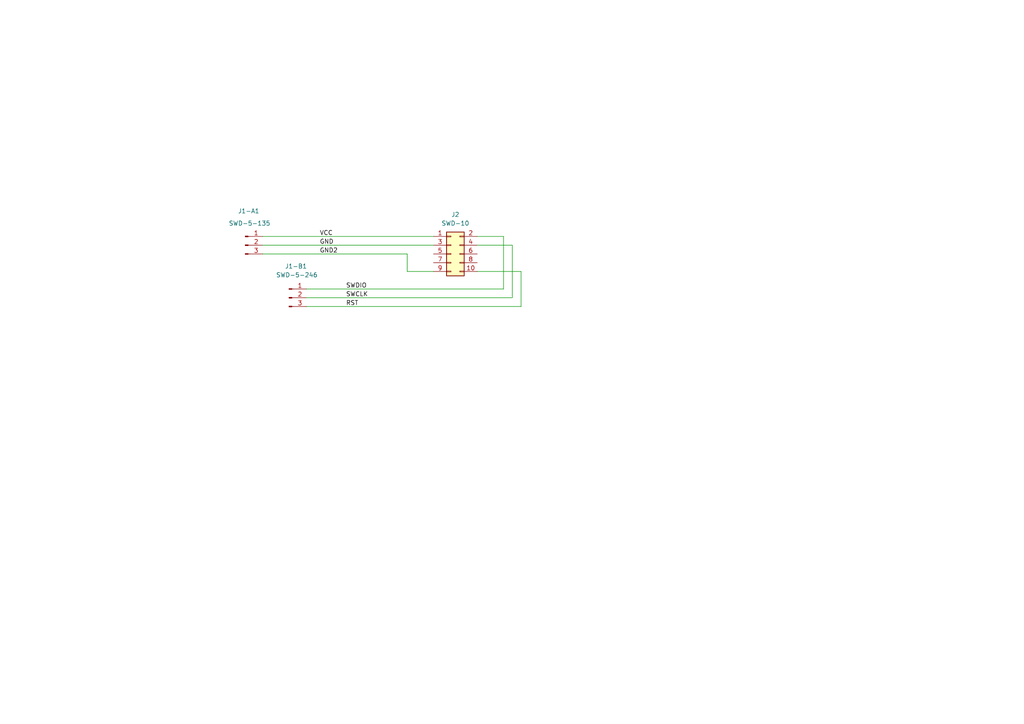
<source format=kicad_sch>
(kicad_sch (version 20231120) (generator "eeschema") (generator_version "8.0")
  (paper "A4")
  (lib_symbols
    (symbol "Connector:Conn_01x03_Pin" (pin_names (offset 1.016) hide)
      (property "Reference" "J" (at 0 5.08 0))
      (property "Value" "Conn_01x03_Pin" (at 0 -5.08 0))
      (symbol "Conn_01x03_Pin_1_1"
        (polyline (pts (xy 1.27 -2.54) (xy 0.8636 -2.54)) (stroke (width 0.1524)))
        (polyline (pts (xy 1.27 0) (xy 0.8636 0)) (stroke (width 0.1524)))
        (polyline (pts (xy 1.27 2.54) (xy 0.8636 2.54)) (stroke (width 0.1524)))
        (rectangle (start 0.8636 -2.413) (end 0 -2.667) (stroke (width 0.1524)) (fill (type outline)))
        (rectangle (start 0.8636 0.127) (end 0 -0.127) (stroke (width 0.1524)) (fill (type outline)))
        (rectangle (start 0.8636 2.667) (end 0 2.413) (stroke (width 0.1524)) (fill (type outline)))
        (pin passive line (at 5.08 2.54 180) (length 3.81) (name "Pin_1") (number "1"))
        (pin passive line (at 5.08 0 180) (length 3.81) (name "Pin_2") (number "2"))
        (pin passive line (at 5.08 -2.54 180) (length 3.81) (name "Pin_3") (number "3"))
      )
    )
    (symbol "Connector_Generic:Conn_02x05_Odd_Even" (pin_names (offset 1.016) hide)
      (property "Reference" "J" (at 1.27 7.62 0))
      (property "Value" "Conn_02x05_Odd_Even" (at 1.27 -7.62 0))
      (symbol "Conn_02x05_Odd_Even_1_1"
        (rectangle (start -1.27 -4.953) (end 0 -5.207) (stroke (width 0.1524)))
        (rectangle (start -1.27 -2.413) (end 0 -2.667) (stroke (width 0.1524)))
        (rectangle (start -1.27 0.127) (end 0 -0.127) (stroke (width 0.1524)))
        (rectangle (start -1.27 2.667) (end 0 2.413) (stroke (width 0.1524)))
        (rectangle (start -1.27 5.207) (end 0 4.953) (stroke (width 0.1524)))
        (rectangle (start -1.27 6.35) (end 3.81 -6.35) (stroke (width 0.254)) (fill (type background)))
        (rectangle (start 3.81 -4.953) (end 2.54 -5.207) (stroke (width 0.1524)))
        (rectangle (start 3.81 -2.413) (end 2.54 -2.667) (stroke (width 0.1524)))
        (rectangle (start 3.81 0.127) (end 2.54 -0.127) (stroke (width 0.1524)))
        (rectangle (start 3.81 2.667) (end 2.54 2.413) (stroke (width 0.1524)))
        (rectangle (start 3.81 5.207) (end 2.54 4.953) (stroke (width 0.1524)))
        (pin passive line (at -5.08 5.08 0) (length 3.81) (name "Pin_1") (number "1"))
        (pin passive line (at 7.62 -5.08 180) (length 3.81) (name "Pin_10") (number "10"))
        (pin passive line (at 7.62 5.08 180) (length 3.81) (name "Pin_2") (number "2"))
        (pin passive line (at -5.08 2.54 0) (length 3.81) (name "Pin_3") (number "3"))
        (pin passive line (at 7.62 2.54 180) (length 3.81) (name "Pin_4") (number "4"))
        (pin passive line (at -5.08 0 0) (length 3.81) (name "Pin_5") (number "5"))
        (pin passive line (at 7.62 0 180) (length 3.81) (name "Pin_6") (number "6"))
        (pin passive line (at -5.08 -2.54 0) (length 3.81) (name "Pin_7") (number "7"))
        (pin passive line (at 7.62 -2.54 180) (length 3.81) (name "Pin_8") (number "8"))
        (pin passive line (at -5.08 -5.08 0) (length 3.81) (name "Pin_9") (number "9"))
      )
    )
  )
  (wire (pts (xy 148.59 86.36) (xy 148.59 71.12)))
  (wire (pts (xy 88.9 83.82) (xy 146.05 83.82)))
  (wire (pts (xy 118.11 73.66) (xy 118.11 78.74)))
  (wire (pts (xy 88.9 88.9) (xy 151.13 88.9)))
  (wire (pts (xy 151.13 78.74) (xy 138.43 78.74)))
  (wire (pts (xy 151.13 88.9) (xy 151.13 78.74)))
  (wire (pts (xy 118.11 78.74) (xy 125.73 78.74)))
  (wire (pts (xy 146.05 83.82) (xy 146.05 68.58)))
  (wire (pts (xy 76.2 68.58) (xy 125.73 68.58)))
  (wire (pts (xy 76.2 71.12) (xy 125.73 71.12)))
  (wire (pts (xy 148.59 71.12) (xy 138.43 71.12)))
  (wire (pts (xy 146.05 68.58) (xy 138.43 68.58)))
  (wire (pts (xy 88.9 86.36) (xy 148.59 86.36)))
  (wire (pts (xy 76.2 73.66) (xy 118.11 73.66)))
  (label "GND" (at 92.71 71.12 0))
  (label "SWDIO" (at 100.33 83.82 0))
  (label "SWCLK" (at 100.33 86.36 0))
  (label "GND2" (at 92.71 73.66 0))
  (label "VCC" (at 92.71 68.58 0))
  (label "RST" (at 100.33 88.9 0))
  (symbol (lib_id "Connector:Conn_01x03_Pin") (at 71.12 71.12 0) (unit 1)
    (property "Reference" "J1-A1" (at 72.136 61.214 0))
    (property "Value" "SWD-5-135" (at 72.39 64.77 0))
    (property "Footprint" "Secoh:conn_edge_hdr_pin_3_spc_1.27" (effects (hide yes)))
    (property "Description" "Generic connector, single row, 01x03, script generated" (effects (hide yes)))
  )
  (symbol (lib_id "Connector:Conn_01x03_Pin") (at 83.82 86.36 0) (unit 1)
    (property "Reference" "J1-B1" (at 85.852 77.216 0))
    (property "Value" "SWD-5-246" (at 86.106 79.756 0))
    (property "Footprint" "Secoh:conn_edge_hdr_pin_3_spc_1.27" (effects (hide yes)))
    (property "Description" "Generic connector, single row, 01x03, script generated" (effects (hide yes)))
  )
  (symbol (lib_id "Connector_Generic:Conn_02x05_Odd_Even") (at 130.81 73.66 0) (unit 1)
    (property "Reference" "J2" (at 132.08 62.23 0))
    (property "Value" "SWD-10" (at 132.08 64.77 0))
    (property "Footprint" "Connector_PinHeader_1.27mm:PinHeader_2x05_P1.27mm_Vertical" (effects (hide yes)))
    (property "Description" "Generic connector, double row, 02x05, odd/even pin numbering scheme (row 1 odd numbers, row 2 even numbers), script generated (kicad-library-utils/schlib/autogen/connector/)" (effects (hide yes)))
  )
)
</source>
